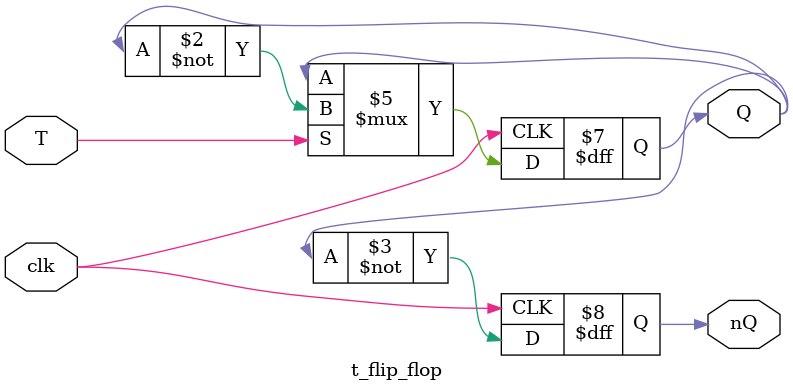
<source format=v>
module t_flip_flop(
    input T,
    input clk,
    output reg Q,
    output reg nQ
);

    initial begin
        Q <= 0;
        nQ <= 1;
    end

    always @(posedge clk) begin
        if (T)
            Q <= ~Q;
        nQ <= ~Q;
    end

endmodule
</source>
